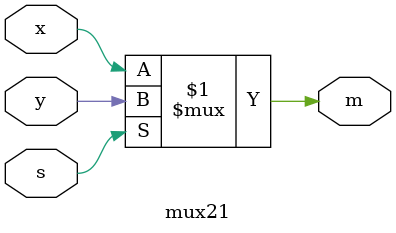
<source format=v>
module part3 (SW, KEY, LEDR);
	input [9:0] SW, LEDR;
	input [3:0] KEY;
	reg a;
	
	always @(*)
	begin
		if (KEY[1] == 0 && KEY[2] == 0 && KEY[3] == 0)
			a = LEDR[7];
		else
			a = LEDR[0];
	end
	
	//asright implementation mux's
	//mux21 child1 (.x(LEDR[0]), .y(LEDR[7]), .s(~KEY[3]), .m(a));
	
	subcirc u0 ( LEDR[6], a, ~KEY[2], SW[7], ~KEY[1], KEY[0], SW[9], LEDR[7]);
	subcirc u1 ( LEDR[5], LEDR[7], ~KEY[2], SW[6], ~KEY[1], KEY[0], SW[9], LEDR[6]);
	subcirc u2 ( LEDR[4], LEDR[6], ~KEY[2], SW[5], ~KEY[1], KEY[0], SW[9], LEDR[5]);
	subcirc u3 ( LEDR[3], LEDR[5], ~KEY[2], SW[4], ~KEY[1], KEY[0], SW[9], LEDR[4]);
	subcirc u4 ( LEDR[2], LEDR[4], ~KEY[2], SW[3], ~KEY[1], KEY[0], SW[9], LEDR[3]);
	subcirc u5 ( LEDR[1], LEDR[3], ~KEY[2], SW[2], ~KEY[1], KEY[0], SW[9], LEDR[2]);
	subcirc u6 ( LEDR[0], LEDR[2], ~KEY[2], SW[1], ~KEY[1], KEY[0], SW[9], LEDR[1]);
	subcirc u7 ( LEDR[7], LEDR[1], ~KEY[2], SW[0], ~KEY[1], KEY[0], SW[9], LEDR[0]);

endmodule

module subcirc (right, left, LoadLeft, D, loadn, clock, reset, Q);
	input right, left, LoadLeft, D, loadn, clock, reset;
	output Q;
	wire a, b;
	
	mux21 first(.x(right), .y(left), .s(LoadLeft), .m(a));
	mux21 second(.x(D), .y(a), .s(loadn), .m(b));
	
	ff floop(clock, reset, b, Q);
	
endmodule

module ff(clock, reset, d, q);
	input clock, reset;
	input [7:0] d;
	output reg [7:0] q;
	
	always @(posedge clock)
	begin
		if (reset == 1'b1) //for active high
			q <= 8'd0;
		else
			q <= d;
	end
endmodule

module mux21(input x, y, s, output m);
    assign m = s ? y : x;
endmodule

</source>
